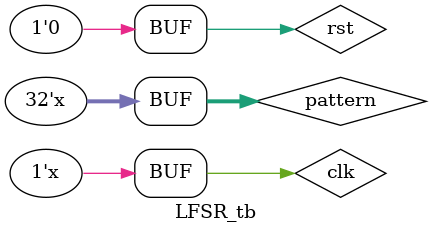
<source format=v>
`timescale 1ns / 1ps



module LFSR(e, clk, rst);

  output [15:0] e;
  input clk, rst;

  dff r16(.d(w3)   , .q(e[15]), .set(rst), .clk(clk));
  dff r15(.d(e[15]), .q(e[14]), .set(rst), .clk(clk));
  dff r14(.d(e[14]), .q(e[13]), .set(rst), .clk(clk));
  dff r13(.d(e[13]), .q(e[12]), .set(rst), .clk(clk));
  dff r12(.d(e[12]), .q(e[11]), .set(rst), .clk(clk));
  dff r11(.d(e[11]), .q(e[10]), .set(rst), .clk(clk));
  dff r10(.d(e[10]), .q(e[9]) , .set(rst), .clk(clk));
  dff r9 (.d(e[9]) , .q(e[8]) , .set(rst), .clk(clk));
  dff r8 (.d(e[8]) , .q(e[7]) , .set(rst), .clk(clk));
  dff r7 (.d(e[7]) , .q(e[6]) , .set(rst), .clk(clk));
  dff r6 (.d(e[6]) , .q(e[5]) , .set(rst), .clk(clk));
  dff r5 (.d(e[5]) , .q(e[4]) , .set(rst), .clk(clk));
  dff r4 (.d(e[4]) , .q(e[3]) , .set(rst), .clk(clk));
  dff r3 (.d(e[3]) , .q(e[2]) , .set(rst), .clk(clk));
  dff r2 (.d(e[2]) , .q(e[1]) , .set(rst), .clk(clk));
  dff r1 (.d(e[1]) , .q(e[0]) , .set(rst), .clk(clk));
  
  xor g2(w3,w2,e[5]);
  xor g3(w2,w1,e[3]);
  xor g4(w1,e[0],e[2]);

endmodule

module dff(d, clk, set, rst, q);

input clk, d, set, rst;
output q;
reg q;

always @ (posedge clk or posedge set or posedge rst)
	begin
		if (set)
		q <= 1'b1;
		else if (rst)
		q <= 1'b0;
		else
		q <= d;
	end
endmodule

module LFSR_tb();
	reg clk,rst;
	wire [15:0] e;
	integer pattern;

initial
begin
    pattern = 0;
    clk = 0;
	 rst = 0;	 
end

always
begin
    #5;
    clk = ~ clk;
end
 
always 
begin 
	#10;
	pattern = pattern + 1'b1;
	$display("pattern:%d e:%d at %0t",pattern,e,$time);
end

	LFSR DUT(e, clk, rst);
	
endmodule
</source>
